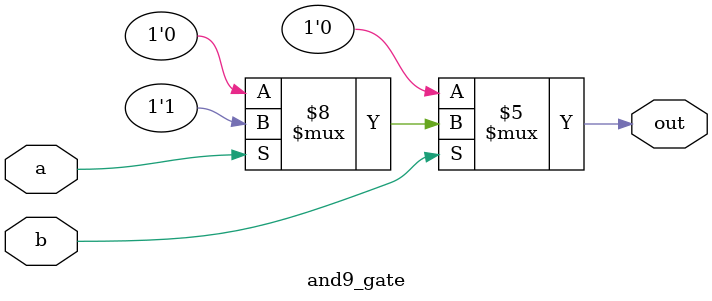
<source format=v>
module and9_gate (
  input a,
  input b,
  output reg out
);

    always @(*) begin
        if(a == 0)
            out = 0;
        else
            out = 1;

        if(b == 0)
            out = 0;

    end

endmodule
</source>
